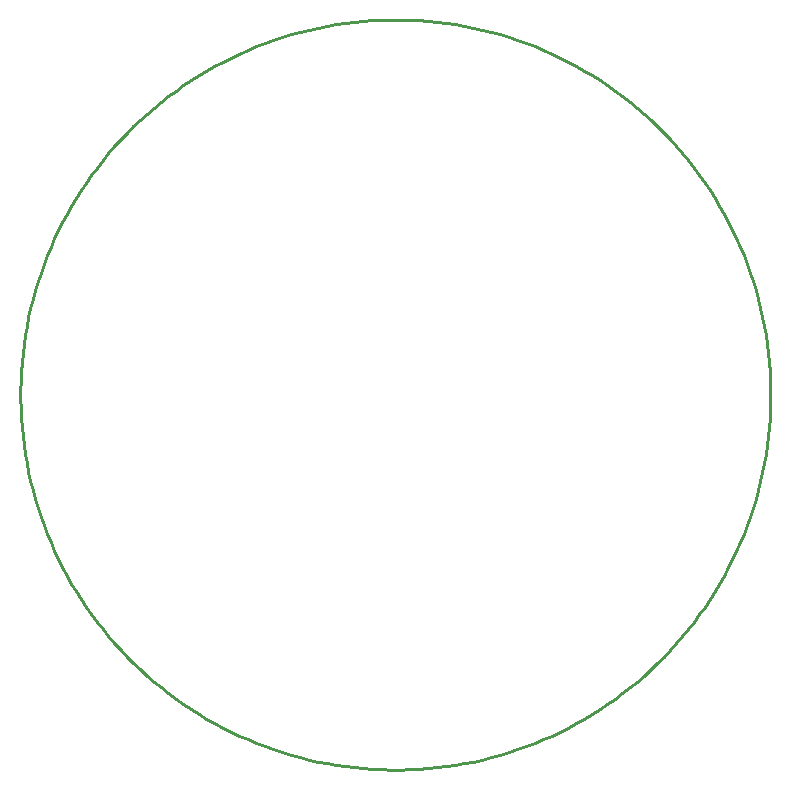
<source format=gbr>
G04 EAGLE Gerber RS-274X export*
G75*
%MOMM*%
%FSLAX34Y34*%
%LPD*%
%IN*%
%IPPOS*%
%AMOC8*
5,1,8,0,0,1.08239X$1,22.5*%
G01*
%ADD10C,0.254000*%


D10*
X317500Y-3897D02*
X317500Y3897D01*
X317309Y11687D01*
X316926Y19471D01*
X316353Y27243D01*
X315589Y34998D01*
X314635Y42733D01*
X313492Y50441D01*
X312160Y58120D01*
X310639Y65763D01*
X308932Y73366D01*
X307038Y80926D01*
X304960Y88437D01*
X302697Y95894D01*
X300253Y103294D01*
X297628Y110631D01*
X294823Y117902D01*
X291841Y125102D01*
X288683Y132226D01*
X285351Y139271D01*
X281847Y146232D01*
X278173Y153105D01*
X274332Y159885D01*
X270326Y166570D01*
X266156Y173154D01*
X261827Y179633D01*
X257340Y186005D01*
X252697Y192264D01*
X247903Y198408D01*
X242959Y204432D01*
X237869Y210333D01*
X232635Y216107D01*
X227262Y221751D01*
X221751Y227262D01*
X216107Y232635D01*
X210333Y237869D01*
X204432Y242959D01*
X198408Y247903D01*
X192264Y252697D01*
X186005Y257340D01*
X179633Y261827D01*
X173154Y266156D01*
X166570Y270326D01*
X159885Y274332D01*
X153105Y278173D01*
X146232Y281847D01*
X139271Y285351D01*
X132226Y288683D01*
X125102Y291841D01*
X117902Y294823D01*
X110631Y297628D01*
X103294Y300253D01*
X95894Y302697D01*
X88437Y304960D01*
X80926Y307038D01*
X73366Y308932D01*
X65763Y310639D01*
X58120Y312160D01*
X50441Y313492D01*
X42733Y314635D01*
X34998Y315589D01*
X27243Y316353D01*
X19471Y316926D01*
X11687Y317309D01*
X3897Y317500D01*
X-3897Y317500D01*
X-11687Y317309D01*
X-19471Y316926D01*
X-27243Y316353D01*
X-34998Y315589D01*
X-42733Y314635D01*
X-50441Y313492D01*
X-58120Y312160D01*
X-65763Y310639D01*
X-73366Y308932D01*
X-80926Y307038D01*
X-88437Y304960D01*
X-95894Y302697D01*
X-103294Y300253D01*
X-110631Y297628D01*
X-117902Y294823D01*
X-125102Y291841D01*
X-132226Y288683D01*
X-139271Y285351D01*
X-146232Y281847D01*
X-153105Y278173D01*
X-159885Y274332D01*
X-166570Y270326D01*
X-173154Y266156D01*
X-179633Y261827D01*
X-186005Y257340D01*
X-192264Y252697D01*
X-198408Y247903D01*
X-204432Y242959D01*
X-210333Y237869D01*
X-216107Y232635D01*
X-221751Y227262D01*
X-227262Y221751D01*
X-232635Y216107D01*
X-237869Y210333D01*
X-242959Y204432D01*
X-247903Y198408D01*
X-252697Y192264D01*
X-257340Y186005D01*
X-261827Y179633D01*
X-266156Y173154D01*
X-270326Y166570D01*
X-274332Y159885D01*
X-278173Y153105D01*
X-281847Y146232D01*
X-285351Y139271D01*
X-288683Y132226D01*
X-291841Y125102D01*
X-294823Y117902D01*
X-297628Y110631D01*
X-300253Y103294D01*
X-302697Y95894D01*
X-304960Y88437D01*
X-307038Y80926D01*
X-308932Y73366D01*
X-310639Y65763D01*
X-312160Y58120D01*
X-313492Y50441D01*
X-314635Y42733D01*
X-315589Y34998D01*
X-316353Y27243D01*
X-316926Y19471D01*
X-317309Y11687D01*
X-317500Y3897D01*
X-317500Y-3897D01*
X-317309Y-11687D01*
X-316926Y-19471D01*
X-316353Y-27243D01*
X-315589Y-34998D01*
X-314635Y-42733D01*
X-313492Y-50441D01*
X-312160Y-58120D01*
X-310639Y-65763D01*
X-308932Y-73366D01*
X-307038Y-80926D01*
X-304960Y-88437D01*
X-302697Y-95894D01*
X-300253Y-103294D01*
X-297628Y-110631D01*
X-294823Y-117902D01*
X-291841Y-125102D01*
X-288683Y-132226D01*
X-285351Y-139271D01*
X-281847Y-146232D01*
X-278173Y-153105D01*
X-274332Y-159885D01*
X-270326Y-166570D01*
X-266156Y-173154D01*
X-261827Y-179633D01*
X-257340Y-186005D01*
X-252697Y-192264D01*
X-247903Y-198408D01*
X-242959Y-204432D01*
X-237869Y-210333D01*
X-232635Y-216107D01*
X-227262Y-221751D01*
X-221751Y-227262D01*
X-216107Y-232635D01*
X-210333Y-237869D01*
X-204432Y-242959D01*
X-198408Y-247903D01*
X-192264Y-252697D01*
X-186005Y-257340D01*
X-179633Y-261827D01*
X-173154Y-266156D01*
X-166570Y-270326D01*
X-159885Y-274332D01*
X-153105Y-278173D01*
X-146232Y-281847D01*
X-139271Y-285351D01*
X-132226Y-288683D01*
X-125102Y-291841D01*
X-117902Y-294823D01*
X-110631Y-297628D01*
X-103294Y-300253D01*
X-95894Y-302697D01*
X-88437Y-304960D01*
X-80926Y-307038D01*
X-73366Y-308932D01*
X-65763Y-310639D01*
X-58120Y-312160D01*
X-50441Y-313492D01*
X-42733Y-314635D01*
X-34998Y-315589D01*
X-27243Y-316353D01*
X-19471Y-316926D01*
X-11687Y-317309D01*
X-3897Y-317500D01*
X3897Y-317500D01*
X11687Y-317309D01*
X19471Y-316926D01*
X27243Y-316353D01*
X34998Y-315589D01*
X42733Y-314635D01*
X50441Y-313492D01*
X58120Y-312160D01*
X65763Y-310639D01*
X73366Y-308932D01*
X80926Y-307038D01*
X88437Y-304960D01*
X95894Y-302697D01*
X103294Y-300253D01*
X110631Y-297628D01*
X117902Y-294823D01*
X125102Y-291841D01*
X132226Y-288683D01*
X139271Y-285351D01*
X146232Y-281847D01*
X153105Y-278173D01*
X159885Y-274332D01*
X166570Y-270326D01*
X173154Y-266156D01*
X179633Y-261827D01*
X186005Y-257340D01*
X192264Y-252697D01*
X198408Y-247903D01*
X204432Y-242959D01*
X210333Y-237869D01*
X216107Y-232635D01*
X221751Y-227262D01*
X227262Y-221751D01*
X232635Y-216107D01*
X237869Y-210333D01*
X242959Y-204432D01*
X247903Y-198408D01*
X252697Y-192264D01*
X257340Y-186005D01*
X261827Y-179633D01*
X266156Y-173154D01*
X270326Y-166570D01*
X274332Y-159885D01*
X278173Y-153105D01*
X281847Y-146232D01*
X285351Y-139271D01*
X288683Y-132226D01*
X291841Y-125102D01*
X294823Y-117902D01*
X297628Y-110631D01*
X300253Y-103294D01*
X302697Y-95894D01*
X304960Y-88437D01*
X307038Y-80926D01*
X308932Y-73366D01*
X310639Y-65763D01*
X312160Y-58120D01*
X313492Y-50441D01*
X314635Y-42733D01*
X315589Y-34998D01*
X316353Y-27243D01*
X316926Y-19471D01*
X317309Y-11687D01*
X317500Y-3897D01*
M02*

</source>
